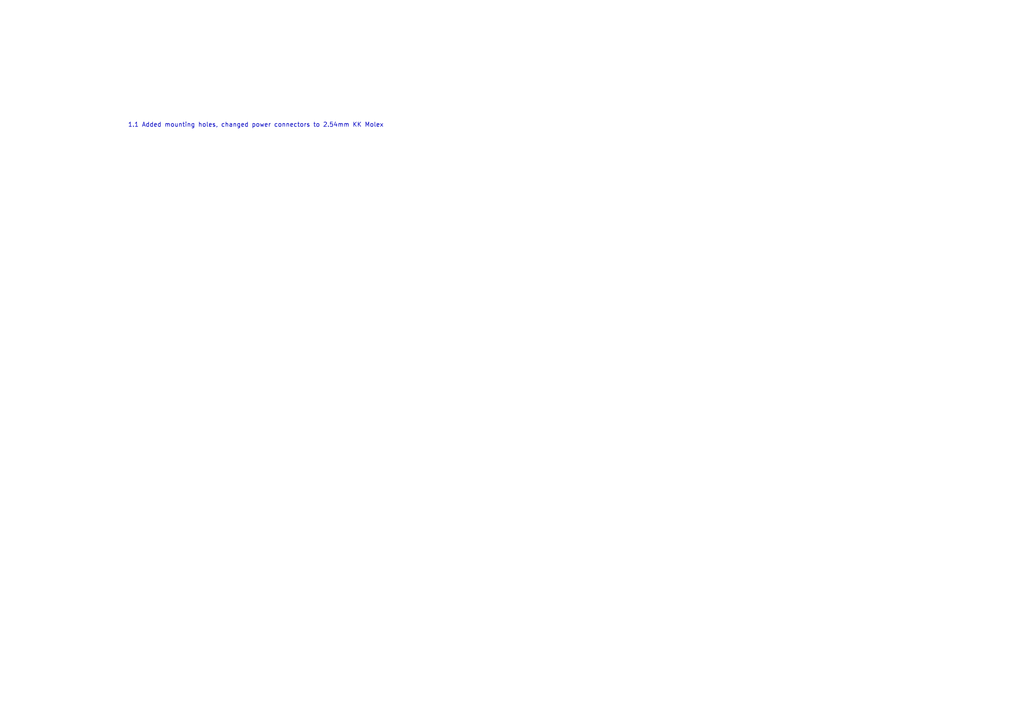
<source format=kicad_sch>
(kicad_sch (version 20211123) (generator eeschema)
  (paper "A4")
  (lib_symbols)
  (text "1.1 Added mounting holes, changed power connectors to 2.54mm KK Molex" (at 37.084 37.084 0) (effects (font (size 1.27 1.27)) (justify left bottom)))
)
</source>
